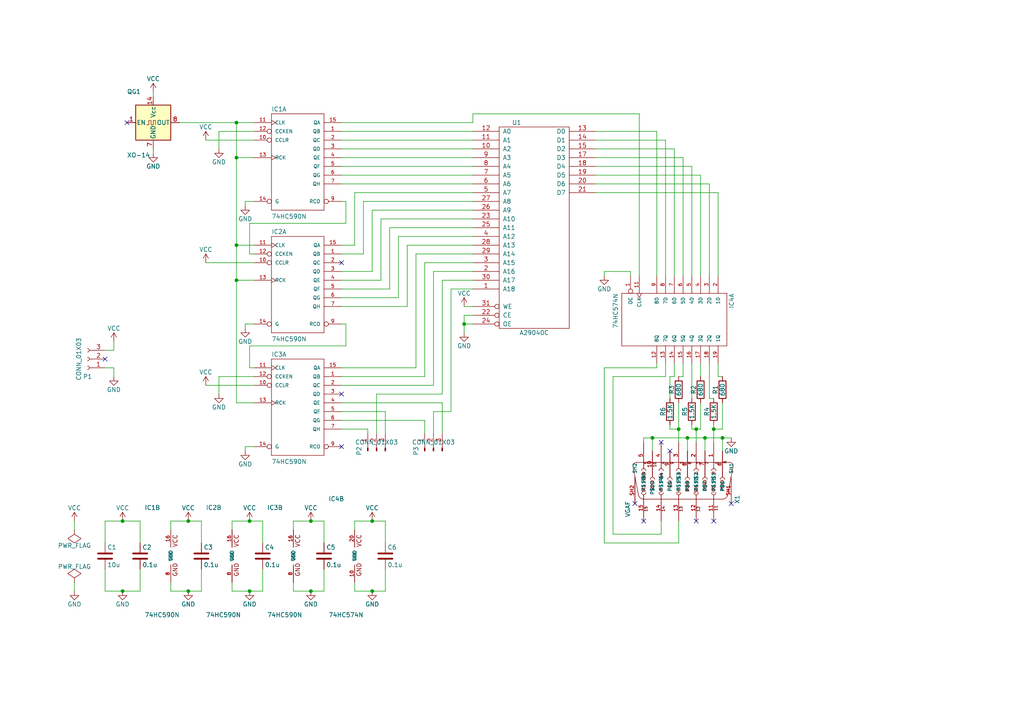
<source format=kicad_sch>
(kicad_sch (version 20230121) (generator eeschema)
  (paper "A4")
  (title_block (title "Dumb VGA") (rev "v0.7") (comment 1 "Simple circuit to generate VGA-like signal"))
  (lib_symbols
    (symbol "Connector:Conn_01x03_Pin" (pin_names (offset 1.016) hide)
      (property "Reference" "J" (at 0 5.08 0))
      (property "Value" "Conn_01x03_Pin" (at 0 -5.08 0))
      (symbol "Conn_01x03_Pin_1_1"
        (polyline (pts (xy 1.27 -2.54) (xy 0.8636 -2.54)) (stroke (width 0.1524)))
        (polyline (pts (xy 1.27 0) (xy 0.8636 0)) (stroke (width 0.1524)))
        (polyline (pts (xy 1.27 2.54) (xy 0.8636 2.54)) (stroke (width 0.1524)))
        (rectangle (start 0.8636 -2.413) (end 0 -2.667) (stroke (width 0.1524)) (fill (type outline)))
        (rectangle (start 0.8636 0.127) (end 0 -0.127) (stroke (width 0.1524)) (fill (type outline)))
        (rectangle (start 0.8636 2.667) (end 0 2.413) (stroke (width 0.1524)) (fill (type outline)))
        (pin passive line (at 5.08 2.54 180) (length 3.81) (name "Pin_1") (number "1"))
        (pin passive line (at 5.08 0 180) (length 3.81) (name "Pin_2") (number "2"))
        (pin passive line (at 5.08 -2.54 180) (length 3.81) (name "Pin_3") (number "3"))
      )
    )
    (symbol "Connector:Conn_01x03_Socket" (pin_names (offset 1.016) hide)
      (property "Reference" "J" (at 0 5.08 0))
      (property "Value" "Conn_01x03_Socket" (at 0 -5.08 0))
      (symbol "Conn_01x03_Socket_1_1"
        (arc (start 0 -2.032) (mid -0.5058 -2.54) (end 0 -3.048) (stroke (width 0.1524)))
        (polyline (pts (xy -1.27 -2.54) (xy -0.508 -2.54)) (stroke (width 0.1524)))
        (polyline (pts (xy -1.27 0) (xy -0.508 0)) (stroke (width 0.1524)))
        (polyline (pts (xy -1.27 2.54) (xy -0.508 2.54)) (stroke (width 0.1524)))
        (arc (start 0 0.508) (mid -0.5058 0) (end 0 -0.508) (stroke (width 0.1524)))
        (arc (start 0 3.048) (mid -0.5058 2.54) (end 0 2.032) (stroke (width 0.1524)))
        (pin passive line (at -5.08 2.54 0) (length 3.81) (name "Pin_1") (number "1"))
        (pin passive line (at -5.08 0 0) (length 3.81) (name "Pin_2") (number "2"))
        (pin passive line (at -5.08 -2.54 0) (length 3.81) (name "Pin_3") (number "3"))
      )
    )
    (symbol "Device:C" (pin_numbers hide) (pin_names (offset 0.254))
      (property "Reference" "C" (at 0.635 2.54 0))
      (property "Value" "C" (at 0.635 -2.54 0))
      (symbol "C_0_1"
        (polyline (pts (xy -2.032 -0.762) (xy 2.032 -0.762)) (stroke (width 0.508)))
        (polyline (pts (xy -2.032 0.762) (xy 2.032 0.762)) (stroke (width 0.508)))
      )
      (symbol "C_1_1"
        (pin passive line (at 0 3.81 270) (length 2.794) (name "~") (number "1"))
        (pin passive line (at 0 -3.81 90) (length 2.794) (name "~") (number "2"))
      )
    )
    (symbol "Device:R" (pin_numbers hide) (pin_names (offset 0))
      (property "Reference" "R" (at 2.032 0 90))
      (property "Value" "R" (at 0 0 90))
      (symbol "R_0_1"
        (rectangle (start -1.016 -2.54) (end 1.016 2.54) (stroke (width 0.254)))
      )
      (symbol "R_1_1"
        (pin passive line (at 0 3.81 270) (length 1.27) (name "~") (number "1"))
        (pin passive line (at 0 -3.81 90) (length 1.27) (name "~") (number "2"))
      )
    )
    (symbol "Oscillator:CXO_DIP14" (pin_names (offset 0.254))
      (property "Reference" "QG1" (at -7.62 8.255 0))
      (property "Value" "XO-14" (at -7.62 -10.16 0))
      (symbol "CXO_DIP14_0_1"
        (rectangle (start -5.08 5.08) (end 5.08 -5.08) (stroke (width 0.254)) (fill (type background)))
        (polyline (pts (xy -1.905 -0.635) (xy -1.27 -0.635) (xy -1.27 0.635) (xy -0.635 0.635) (xy -0.635 -0.635) (xy 0 -0.635) (xy 0 0.635) (xy 0.635 0.635) (xy 0.635 -0.635)))
      )
      (symbol "CXO_DIP14_1_1"
        (pin input line (at -7.62 0 0) (length 2.54) (name "EN") (number "1"))
        (pin power_in line (at 0 7.62 270) (length 2.54) (name "Vcc") (number "14"))
        (pin power_in line (at 0 -7.62 90) (length 2.54) (name "GND") (number "7"))
        (pin output line (at 7.62 0 180) (length 2.54) (name "OUT") (number "8"))
      )
    )
    (symbol "dumb-vga-rescue:74HC574N" (pin_names (offset 1.016))
      (property "Reference" "IC" (at -7.62 15.875 0))
      (property "Value" "74HC574N" (at -7.62 -17.78 0))
      (symbol "74HC574N_1_0"
        (polyline (pts (xy -7.62 -15.24) (xy 7.62 -15.24)))
        (polyline (pts (xy -7.62 15.24) (xy -7.62 -15.24)))
        (polyline (pts (xy 7.62 -15.24) (xy 7.62 15.24)))
        (polyline (pts (xy 7.62 15.24) (xy -7.62 15.24)))
      )
      (symbol "74HC574N_1_1"
        (pin input inverted (at -12.7 -12.7 0) (length 5.08) (name "OC") (number "1"))
        (pin input clock (at -12.7 -10.16 0) (length 5.08) (name "CLK") (number "11"))
        (pin tri_state line (at 12.7 -5.08 180) (length 5.08) (name "8Q") (number "12"))
        (pin tri_state line (at 12.7 -2.54 180) (length 5.08) (name "7Q") (number "13"))
        (pin tri_state line (at 12.7 0 180) (length 5.08) (name "6Q") (number "14"))
        (pin tri_state line (at 12.7 2.54 180) (length 5.08) (name "5Q") (number "15"))
        (pin tri_state line (at 12.7 5.08 180) (length 5.08) (name "4Q") (number "16"))
        (pin tri_state line (at 12.7 7.62 180) (length 5.08) (name "3Q") (number "17"))
        (pin tri_state line (at 12.7 10.16 180) (length 5.08) (name "2Q") (number "18"))
        (pin tri_state line (at 12.7 12.7 180) (length 5.08) (name "1Q") (number "19"))
        (pin input line (at -12.7 12.7 0) (length 5.08) (name "1D") (number "2"))
        (pin input line (at -12.7 10.16 0) (length 5.08) (name "2D") (number "3"))
        (pin input line (at -12.7 7.62 0) (length 5.08) (name "3D") (number "4"))
        (pin input line (at -12.7 5.08 0) (length 5.08) (name "4D") (number "5"))
        (pin input line (at -12.7 2.54 0) (length 5.08) (name "5D") (number "6"))
        (pin input line (at -12.7 0 0) (length 5.08) (name "6D") (number "7"))
        (pin input line (at -12.7 -2.54 0) (length 5.08) (name "7D") (number "8"))
        (pin input line (at -12.7 -5.08 0) (length 5.08) (name "8D") (number "9"))
      )
      (symbol "74HC574N_2_0"
        (text "GND" (at 1.27 -3.937 1) (effects (font (size 1.27 1.27))))
        (text "VCC" (at 1.27 4.445 1) (effects (font (size 1.27 1.27))))
      )
      (symbol "74HC574N_2_1"
        (pin power_in line (at 0 -7.62 90) (length 5.08) (name "GND") (number "10"))
        (pin power_in line (at 0 7.62 270) (length 5.08) (name "VCC") (number "20"))
      )
    )
    (symbol "dumb-vga-rescue:74HC590N" (pin_names (offset 1.016))
      (property "Reference" "IC" (at -7.62 13.335 0))
      (property "Value" "74HC590N" (at -7.62 -17.78 0))
      (symbol "74HC590N_1_0"
        (polyline (pts (xy -7.62 -15.24) (xy 7.62 -15.24)))
        (polyline (pts (xy -7.62 12.7) (xy -7.62 -15.24)))
        (polyline (pts (xy 7.62 -15.24) (xy 7.62 12.7)))
        (polyline (pts (xy 7.62 12.7) (xy -7.62 12.7)))
      )
      (symbol "74HC590N_1_1"
        (pin tri_state line (at 12.7 7.62 180) (length 5.08) (name "QB") (number "1"))
        (pin input inverted (at -12.7 5.08 0) (length 5.08) (name "CCLR") (number "10"))
        (pin input clock (at -12.7 10.16 0) (length 5.08) (name "CLK") (number "11"))
        (pin input inverted (at -12.7 7.62 0) (length 5.08) (name "CCKEN") (number "12"))
        (pin input clock (at -12.7 0 0) (length 5.08) (name "RCK") (number "13"))
        (pin input inverted (at -12.7 -12.7 0) (length 5.08) (name "G") (number "14"))
        (pin tri_state line (at 12.7 10.16 180) (length 5.08) (name "QA") (number "15"))
        (pin tri_state line (at 12.7 5.08 180) (length 5.08) (name "QC") (number "2"))
        (pin tri_state line (at 12.7 2.54 180) (length 5.08) (name "QD") (number "3"))
        (pin tri_state line (at 12.7 0 180) (length 5.08) (name "QE") (number "4"))
        (pin tri_state line (at 12.7 -2.54 180) (length 5.08) (name "QF") (number "5"))
        (pin tri_state line (at 12.7 -5.08 180) (length 5.08) (name "QG") (number "6"))
        (pin tri_state line (at 12.7 -7.62 180) (length 5.08) (name "QH") (number "7"))
        (pin output inverted (at 12.7 -12.7 180) (length 5.08) (name "RCO") (number "9"))
      )
      (symbol "74HC590N_2_0"
        (text "GND" (at 1.27 -3.937 1) (effects (font (size 1.27 1.27))))
        (text "VCC" (at 1.27 4.445 1) (effects (font (size 1.27 1.27))))
      )
      (symbol "74HC590N_2_1"
        (pin power_in line (at 0 7.62 270) (length 5.08) (name "VCC") (number "16"))
        (pin power_in line (at 0 -7.62 90) (length 5.08) (name "GND") (number "8"))
      )
    )
    (symbol "dumb-vga-rescue:A29040C" (pin_names (offset 1.016))
      (property "Reference" "U" (at -5.08 25.4 0))
      (property "Value" "A29040C" (at 0 -35.56 0))
      (symbol "A29040C_0_0"
        (pin power_in line (at 0 -35.56 90) (length 1.27) hide (name "GND") (number "16"))
        (pin power_in line (at 0 25.4 270) (length 1.27) hide (name "VCC") (number "32"))
      )
      (symbol "A29040C_0_1"
        (rectangle (start -10.16 24.13) (end 10.16 -34.29))
      )
      (symbol "A29040C_1_1"
        (pin input line (at -17.78 -22.86 0) (length 7.62) (name "A18") (number "1"))
        (pin input line (at -17.78 17.78 0) (length 7.62) (name "A2") (number "10"))
        (pin input line (at -17.78 20.32 0) (length 7.62) (name "A1") (number "11"))
        (pin input line (at -17.78 22.86 0) (length 7.62) (name "A0") (number "12"))
        (pin tri_state line (at 17.78 22.86 180) (length 7.62) (name "D0") (number "13"))
        (pin tri_state line (at 17.78 20.32 180) (length 7.62) (name "D1") (number "14"))
        (pin tri_state line (at 17.78 17.78 180) (length 7.62) (name "D2") (number "15"))
        (pin tri_state line (at 17.78 15.24 180) (length 7.62) (name "D3") (number "17"))
        (pin tri_state line (at 17.78 12.7 180) (length 7.62) (name "D4") (number "18"))
        (pin tri_state line (at 17.78 10.16 180) (length 7.62) (name "D5") (number "19"))
        (pin input line (at -17.78 -17.78 0) (length 7.62) (name "A16") (number "2"))
        (pin tri_state line (at 17.78 7.62 180) (length 7.62) (name "D6") (number "20"))
        (pin tri_state line (at 17.78 5.08 180) (length 7.62) (name "D7") (number "21"))
        (pin input inverted (at -17.78 -30.48 0) (length 7.62) (name "CE") (number "22"))
        (pin input line (at -17.78 -2.54 0) (length 7.62) (name "A10") (number "23"))
        (pin input inverted (at -17.78 -33.02 0) (length 7.62) (name "OE") (number "24"))
        (pin input line (at -17.78 -5.08 0) (length 7.62) (name "A11") (number "25"))
        (pin input line (at -17.78 0 0) (length 7.62) (name "A9") (number "26"))
        (pin input line (at -17.78 2.54 0) (length 7.62) (name "A8") (number "27"))
        (pin input line (at -17.78 -10.16 0) (length 7.62) (name "A13") (number "28"))
        (pin input line (at -17.78 -12.7 0) (length 7.62) (name "A14") (number "29"))
        (pin input line (at -17.78 -15.24 0) (length 7.62) (name "A15") (number "3"))
        (pin input line (at -17.78 -20.32 0) (length 7.62) (name "A17") (number "30"))
        (pin input inverted (at -17.78 -27.94 0) (length 7.62) (name "WE") (number "31"))
        (pin input line (at -17.78 -7.62 0) (length 7.62) (name "A12") (number "4"))
        (pin input line (at -17.78 5.08 0) (length 7.62) (name "A7") (number "5"))
        (pin input line (at -17.78 7.62 0) (length 7.62) (name "A6") (number "6"))
        (pin input line (at -17.78 10.16 0) (length 7.62) (name "A5") (number "7"))
        (pin input line (at -17.78 12.7 0) (length 7.62) (name "A4") (number "8"))
        (pin input line (at -17.78 15.24 0) (length 7.62) (name "A3") (number "9"))
      )
    )
    (symbol "dumb-vga-rescue:PWR_FLAG" (power) (pin_numbers hide) (pin_names (offset 0) hide)
      (property "Value" "PWR_FLAG" (at 0 4.572 0))
      (symbol "PWR_FLAG_0_0"
        (pin power_out line (at 0 0 90) (length 0) (name "pwr") (number "1"))
      )
      (symbol "PWR_FLAG_0_1"
        (polyline (pts (xy 0 0) (xy 0 1.27) (xy -1.905 2.54) (xy 0 3.81) (xy 1.905 2.54) (xy 0 1.27)))
      )
    )
    (symbol "dumb-vga-rescue:VGAF" (pin_names (offset 1.016))
      (property "Reference" "X" (at 5.08 13.716 0))
      (property "Value" "VGAF" (at 6.858 -18.034 0))
      (symbol "VGAF_1_0"
        (polyline (pts (xy -4.318 12.192) (xy -4.318 -14.732)))
        (polyline (pts (xy -3.048 -15.748) (xy 5.08 -14.224)))
        (polyline (pts (xy -3.048 13.208) (xy 5.08 11.684)))
        (polyline (pts (xy 6.35 10.16) (xy 6.35 -12.7)))
        (text "+5V" (at 2.032 -5.0546 0) (effects (font (size 0.8128 0.8128))))
        (text "1" (at -4.1656 8.5344 0) (effects (font (size 0.8128 0.8128))))
        (text "10" (at -3.7338 -9.4996 0) (effects (font (size 0.8128 0.8128))))
        (text "11" (at 8.9408 8.2804 0) (effects (font (size 0.8128 0.8128))))
        (text "12" (at 9.1948 3.2004 0) (effects (font (size 0.8128 0.8128))))
        (text "13" (at 9.1948 -1.8796 0) (effects (font (size 0.8128 0.8128))))
        (text "14" (at 9.1948 -6.9596 0) (effects (font (size 0.8128 0.8128))))
        (text "15" (at 9.1948 -12.0396 0) (effects (font (size 0.8128 0.8128))))
        (text "2" (at -4.1656 3.2004 0) (effects (font (size 0.8128 0.8128))))
        (text "3" (at -4.1656 -1.6256 0) (effects (font (size 0.8128 0.8128))))
        (text "4" (at -4.1656 -6.9596 0) (effects (font (size 0.8128 0.8128))))
        (text "5" (at -4.1656 -12.0396 0) (effects (font (size 0.8128 0.8128))))
        (text "6" (at -4.4196 10.8712 0) (effects (font (size 0.8128 0.8128))))
        (text "7" (at -4.064 5.6642 0) (effects (font (size 0.8128 0.8128))))
        (text "8" (at -4.1402 0.6604 0) (effects (font (size 0.8128 0.8128))))
        (text "9" (at -4.1402 -4.4196 0) (effects (font (size 0.8128 0.8128))))
        (text "B" (at -1.1176 -2.4638 0) (effects (font (size 0.8128 0.8128))))
        (text "BGND" (at 2.54 -0.0254 0) (effects (font (size 0.8128 0.8128))))
        (text "G" (at -1.2446 2.6162 0) (effects (font (size 0.8128 0.8128))))
        (text "GGND" (at 2.3876 5.08 0) (effects (font (size 0.8128 0.8128))))
        (text "GND" (at -0.4064 -12.6492 0) (effects (font (size 0.8128 0.8128))))
        (text "HS" (at 3.683 -2.5654 0) (effects (font (size 0.8128 0.8128))))
        (text "ID0" (at 3.4544 7.5946 0) (effects (font (size 0.8128 0.8128))))
        (text "R" (at -1.27 7.5692 0) (effects (font (size 0.8128 0.8128))))
        (text "res" (at -0.381 -7.62 0) (effects (font (size 0.8128 0.8128))))
        (text "RGND" (at 2.413 10.0838 0) (effects (font (size 0.8128 0.8128))))
        (text "SCL" (at 3.2766 -12.7 0) (effects (font (size 0.8128 0.8128))))
        (text "SDA" (at 3.3528 2.54 0) (effects (font (size 0.8128 0.8128))))
        (text "SGND" (at 2.4384 -10.1854 0) (effects (font (size 0.8128 0.8128))))
        (text "VS" (at 3.683 -7.6454 0) (effects (font (size 0.8128 0.8128))))
      )
      (symbol "VGAF_1_1"
        (arc (start -4.318 -14.732) (mid -3.9272 -15.5452) (end -3.048 -15.748))
        (arc (start -3.048 13.208) (mid -3.9272 13.0052) (end -4.318 12.192))
        (arc (start -1.905 -12.065) (mid -2.5373 -12.7) (end -1.905 -13.335))
        (arc (start -1.905 -6.985) (mid -2.5373 -7.62) (end -1.905 -8.255))
        (arc (start -1.905 -1.905) (mid -2.5373 -2.54) (end -1.905 -3.175))
        (arc (start -1.905 3.175) (mid -2.5373 2.54) (end -1.905 1.905))
        (arc (start -1.905 8.255) (mid -2.5373 7.62) (end -1.905 6.985))
        (arc (start 0.635 -9.525) (mid 0.0027 -10.16) (end 0.635 -10.795))
        (arc (start 0.635 -4.445) (mid 0.0027 -5.08) (end 0.635 -5.715))
        (arc (start 0.635 0.635) (mid 0.0027 0) (end 0.635 -0.635))
        (arc (start 0.635 5.715) (mid 0.0027 5.08) (end 0.635 4.445))
        (arc (start 0.635 10.795) (mid 0.0027 10.16) (end 0.635 9.525))
        (arc (start 4.445 -13.335) (mid 5.0773 -12.7) (end 4.445 -12.065))
        (arc (start 4.445 -8.255) (mid 5.0773 -7.62) (end 4.445 -6.985))
        (arc (start 4.445 -3.175) (mid 5.0773 -2.54) (end 4.445 -1.905))
        (arc (start 4.445 1.905) (mid 5.0773 2.54) (end 4.445 3.175))
        (arc (start 4.445 6.985) (mid 5.0773 7.62) (end 4.445 8.255))
        (arc (start 5.08 -14.224) (mid 6.0049 -13.6987) (end 6.35 -12.7))
        (arc (start 6.35 10.16) (mid 5.9888 11.1451) (end 5.08 11.684))
        (pin passive line (at -10.16 7.62 0) (length 7.62) (name "P$1") (number "1"))
        (pin passive line (at -7.62 -10.16 0) (length 7.62) (name "P$10") (number "10"))
        (pin passive line (at 12.7 7.62 180) (length 7.62) (name "P$11") (number "11"))
        (pin passive line (at 12.7 2.54 180) (length 7.62) (name "P$12") (number "12"))
        (pin passive line (at 12.7 -2.54 180) (length 7.62) (name "P$13") (number "13"))
        (pin passive line (at 12.7 -7.62 180) (length 7.62) (name "P$14") (number "14"))
        (pin passive line (at 12.7 -12.7 180) (length 7.62) (name "P$15") (number "15"))
        (pin passive line (at -10.16 2.54 0) (length 7.62) (name "P$2") (number "2"))
        (pin passive line (at -10.16 -2.54 0) (length 7.62) (name "P$3") (number "3"))
        (pin passive line (at -10.16 -7.62 0) (length 7.62) (name "P$4") (number "4"))
        (pin passive line (at -10.16 -12.7 0) (length 7.62) (name "P$5") (number "5"))
        (pin passive line (at -7.62 10.16 0) (length 7.62) (name "P$6") (number "6"))
        (pin passive line (at -7.62 5.08 0) (length 7.62) (name "P$7") (number "7"))
        (pin passive line (at -7.62 0 0) (length 7.62) (name "P$8") (number "8"))
        (pin passive line (at -7.62 -5.08 0) (length 7.62) (name "P$9") (number "9"))
        (pin power_in line (at 7.62 12.7 180) (length 7.62) (name "SH1") (number "SH1"))
        (pin power_in line (at 7.62 -15.24 180) (length 7.62) (name "SH2") (number "SH2"))
      )
    )
    (symbol "power:GND" (power) (pin_names (offset 0))
      (property "Value" "GND" (at 0 -3.81 0))
      (symbol "GND_0_1"
        (polyline (pts (xy 0 0) (xy 0 -1.27) (xy 1.27 -1.27) (xy 0 -2.54) (xy -1.27 -1.27) (xy 0 -1.27)))
      )
      (symbol "GND_1_1"
        (pin power_in line (at 0 0 270) (length 0) hide (name "GND") (number "1"))
      )
    )
    (symbol "power:VCC" (power) (pin_names (offset 0))
      (property "Value" "VCC" (at 0 3.81 0))
      (symbol "VCC_0_1"
        (polyline (pts (xy -0.762 1.27) (xy 0 2.54)))
        (polyline (pts (xy 0 0) (xy 0 2.54)))
        (polyline (pts (xy 0 2.54) (xy 0.762 1.27)))
      )
      (symbol "VCC_1_1"
        (pin power_in line (at 0 0 90) (length 0) hide (name "VCC") (number "1"))
      )
    )
  )
  (junction (at 68.58 45.72))
  (junction (at 54.61 151.13))
  (junction (at 90.17 171.45))
  (junction (at 90.17 151.13))
  (junction (at 68.58 35.56))
  (junction (at 201.93 124.46))
  (junction (at 107.95 151.13))
  (junction (at 196.85 124.46))
  (junction (at 209.55 127))
  (junction (at 68.58 71.12))
  (junction (at 107.95 171.45))
  (junction (at 35.56 171.45))
  (junction (at 199.39 127))
  (junction (at 68.58 81.28))
  (junction (at 54.61 171.45))
  (junction (at 207.01 124.46))
  (junction (at 134.62 93.98))
  (junction (at 204.47 127))
  (junction (at 72.39 171.45))
  (junction (at 72.39 151.13))
  (junction (at 35.56 151.13))
  (junction (at 189.23 127))
  (no_connect (at 186.69 151.13))
  (no_connect (at 184.15 146.05))
  (no_connect (at 99.06 129.54))
  (no_connect (at 99.06 114.3))
  (no_connect (at 212.09 146.05))
  (no_connect (at 191.77 128.27))
  (no_connect (at 194.31 130.81))
  (no_connect (at 99.06 76.2))
  (no_connect (at 30.48 104.14))
  (no_connect (at 201.93 151.13))
  (no_connect (at 207.01 151.13))
  (no_connect (at 36.83 35.56))
  (wire (pts (xy 99.06 124.46) (xy 106.68 124.46)))
  (wire (pts (xy 195.58 43.18) (xy 195.58 80.01)))
  (wire (pts (xy 123.19 76.2) (xy 123.19 109.22)))
  (wire (pts (xy 177.8 154.94) (xy 191.77 154.94)))
  (wire (pts (xy 35.56 151.13) (xy 40.64 151.13)))
  (wire (pts (xy 137.16 88.9) (xy 134.62 88.9)))
  (wire (pts (xy 63.5 38.1) (xy 63.5 43.18)))
  (wire (pts (xy 99.06 35.56) (xy 137.16 35.56)))
  (wire (pts (xy 71.12 93.98) (xy 71.12 95.25)))
  (wire (pts (xy 175.26 157.48) (xy 196.85 157.48)))
  (wire (pts (xy 208.28 55.88) (xy 208.28 80.01)))
  (wire (pts (xy 21.59 151.13) (xy 21.59 153.67)))
  (wire (pts (xy 190.5 38.1) (xy 190.5 80.01)))
  (wire (pts (xy 99.06 50.8) (xy 137.16 50.8)))
  (wire (pts (xy 175.26 106.68) (xy 190.5 106.68)))
  (wire (pts (xy 102.87 71.12) (xy 102.87 55.88)))
  (wire (pts (xy 99.06 53.34) (xy 137.16 53.34)))
  (wire (pts (xy 207.01 124.46) (xy 207.01 128.27)))
  (wire (pts (xy 68.58 81.28) (xy 73.66 81.28)))
  (wire (pts (xy 201.93 124.46) (xy 203.2 124.46)))
  (wire (pts (xy 123.19 121.92) (xy 123.19 125.73)))
  (wire (pts (xy 73.66 129.54) (xy 71.12 129.54)))
  (wire (pts (xy 200.66 124.46) (xy 200.66 123.19)))
  (wire (pts (xy 199.39 127) (xy 204.47 127)))
  (wire (pts (xy 125.73 111.76) (xy 99.06 111.76)))
  (wire (pts (xy 203.2 50.8) (xy 203.2 80.01)))
  (wire (pts (xy 49.53 168.91) (xy 49.53 171.45)))
  (wire (pts (xy 196.85 124.46) (xy 194.31 124.46)))
  (wire (pts (xy 120.65 73.66) (xy 137.16 73.66)))
  (wire (pts (xy 73.66 45.72) (xy 68.58 45.72)))
  (wire (pts (xy 106.68 124.46) (xy 106.68 125.73)))
  (wire (pts (xy 130.81 119.38) (xy 130.81 83.82)))
  (wire (pts (xy 205.74 115.57) (xy 207.01 115.57)))
  (wire (pts (xy 186.69 127) (xy 189.23 127)))
  (wire (pts (xy 99.06 58.42) (xy 100.33 58.42)))
  (wire (pts (xy 99.06 45.72) (xy 137.16 45.72)))
  (wire (pts (xy 111.76 151.13) (xy 111.76 157.48)))
  (wire (pts (xy 85.09 171.45) (xy 90.17 171.45)))
  (wire (pts (xy 68.58 35.56) (xy 73.66 35.56)))
  (wire (pts (xy 137.16 60.96) (xy 107.95 60.96)))
  (wire (pts (xy 198.12 109.22) (xy 196.85 109.22)))
  (wire (pts (xy 189.23 127) (xy 199.39 127)))
  (wire (pts (xy 30.48 106.68) (xy 33.02 106.68)))
  (wire (pts (xy 204.47 127) (xy 209.55 127)))
  (wire (pts (xy 209.55 127) (xy 212.09 127)))
  (wire (pts (xy 99.06 48.26) (xy 137.16 48.26)))
  (wire (pts (xy 190.5 38.1) (xy 172.72 38.1)))
  (wire (pts (xy 100.33 64.77) (xy 72.39 64.77)))
  (wire (pts (xy 71.12 129.54) (xy 71.12 130.81)))
  (wire (pts (xy 44.45 43.18) (xy 44.45 44.45)))
  (wire (pts (xy 21.59 168.91) (xy 21.59 171.45)))
  (wire (pts (xy 120.65 106.68) (xy 99.06 106.68)))
  (wire (pts (xy 49.53 151.13) (xy 54.61 151.13)))
  (wire (pts (xy 76.2 171.45) (xy 76.2 165.1)))
  (wire (pts (xy 182.88 78.74) (xy 175.26 78.74)))
  (wire (pts (xy 203.2 50.8) (xy 172.72 50.8)))
  (wire (pts (xy 99.06 40.64) (xy 137.16 40.64)))
  (wire (pts (xy 194.31 109.22) (xy 194.31 115.57)))
  (wire (pts (xy 35.56 171.45) (xy 40.64 171.45)))
  (wire (pts (xy 186.69 127) (xy 186.69 128.27)))
  (wire (pts (xy 120.65 73.66) (xy 120.65 106.68)))
  (wire (pts (xy 196.85 116.84) (xy 196.85 124.46)))
  (wire (pts (xy 118.11 71.12) (xy 137.16 71.12)))
  (wire (pts (xy 102.87 171.45) (xy 102.87 168.91)))
  (wire (pts (xy 195.58 43.18) (xy 172.72 43.18)))
  (wire (pts (xy 99.06 78.74) (xy 107.95 78.74)))
  (wire (pts (xy 195.58 105.41) (xy 195.58 109.22)))
  (wire (pts (xy 208.28 105.41) (xy 208.28 109.22)))
  (wire (pts (xy 172.72 55.88) (xy 208.28 55.88)))
  (wire (pts (xy 205.74 105.41) (xy 205.74 115.57)))
  (wire (pts (xy 207.01 123.19) (xy 207.01 124.46)))
  (wire (pts (xy 193.04 40.64) (xy 172.72 40.64)))
  (wire (pts (xy 137.16 93.98) (xy 134.62 93.98)))
  (wire (pts (xy 137.16 78.74) (xy 125.73 78.74)))
  (wire (pts (xy 99.06 121.92) (xy 123.19 121.92)))
  (wire (pts (xy 100.33 58.42) (xy 100.33 64.77)))
  (wire (pts (xy 73.66 109.22) (xy 63.5 109.22)))
  (wire (pts (xy 58.42 171.45) (xy 58.42 165.1)))
  (wire (pts (xy 68.58 116.84) (xy 73.66 116.84)))
  (wire (pts (xy 195.58 109.22) (xy 194.31 109.22)))
  (wire (pts (xy 30.48 171.45) (xy 35.56 171.45)))
  (wire (pts (xy 175.26 78.74) (xy 175.26 80.01)))
  (wire (pts (xy 73.66 40.64) (xy 59.69 40.64)))
  (wire (pts (xy 76.2 151.13) (xy 76.2 157.48)))
  (wire (pts (xy 99.06 71.12) (xy 102.87 71.12)))
  (wire (pts (xy 72.39 171.45) (xy 76.2 171.45)))
  (wire (pts (xy 109.22 125.73) (xy 109.22 114.3)))
  (wire (pts (xy 58.42 151.13) (xy 58.42 157.48)))
  (wire (pts (xy 118.11 88.9) (xy 99.06 88.9)))
  (wire (pts (xy 189.23 130.81) (xy 189.23 127)))
  (wire (pts (xy 113.03 66.04) (xy 137.16 66.04)))
  (wire (pts (xy 85.09 153.67) (xy 85.09 151.13)))
  (wire (pts (xy 67.31 151.13) (xy 67.31 153.67)))
  (wire (pts (xy 115.57 86.36) (xy 99.06 86.36)))
  (wire (pts (xy 100.33 100.33) (xy 72.39 100.33)))
  (wire (pts (xy 128.27 114.3) (xy 128.27 81.28)))
  (wire (pts (xy 203.2 124.46) (xy 203.2 116.84)))
  (wire (pts (xy 30.48 165.1) (xy 30.48 171.45)))
  (wire (pts (xy 30.48 101.6) (xy 33.02 101.6)))
  (wire (pts (xy 123.19 109.22) (xy 99.06 109.22)))
  (wire (pts (xy 191.77 154.94) (xy 191.77 151.13)))
  (wire (pts (xy 111.76 171.45) (xy 111.76 165.1)))
  (wire (pts (xy 90.17 171.45) (xy 93.98 171.45)))
  (wire (pts (xy 68.58 71.12) (xy 73.66 71.12)))
  (wire (pts (xy 137.16 83.82) (xy 130.81 83.82)))
  (wire (pts (xy 109.22 114.3) (xy 128.27 114.3)))
  (wire (pts (xy 182.88 80.01) (xy 182.88 78.74)))
  (wire (pts (xy 99.06 38.1) (xy 137.16 38.1)))
  (wire (pts (xy 200.66 124.46) (xy 201.93 124.46)))
  (wire (pts (xy 72.39 151.13) (xy 76.2 151.13)))
  (wire (pts (xy 137.16 35.56) (xy 137.16 33.02)))
  (wire (pts (xy 111.76 119.38) (xy 111.76 125.73)))
  (wire (pts (xy 99.06 119.38) (xy 111.76 119.38)))
  (wire (pts (xy 67.31 171.45) (xy 72.39 171.45)))
  (wire (pts (xy 201.93 128.27) (xy 201.93 124.46)))
  (wire (pts (xy 110.49 63.5) (xy 110.49 81.28)))
  (wire (pts (xy 128.27 116.84) (xy 128.27 125.73)))
  (wire (pts (xy 54.61 171.45) (xy 58.42 171.45)))
  (wire (pts (xy 113.03 66.04) (xy 113.03 83.82)))
  (wire (pts (xy 68.58 35.56) (xy 68.58 45.72)))
  (wire (pts (xy 107.95 171.45) (xy 111.76 171.45)))
  (wire (pts (xy 203.2 105.41) (xy 203.2 109.22)))
  (wire (pts (xy 204.47 127) (xy 204.47 130.81)))
  (wire (pts (xy 73.66 38.1) (xy 63.5 38.1)))
  (wire (pts (xy 137.16 91.44) (xy 134.62 91.44)))
  (wire (pts (xy 33.02 106.68) (xy 33.02 109.22)))
  (wire (pts (xy 68.58 81.28) (xy 68.58 116.84)))
  (wire (pts (xy 72.39 64.77) (xy 72.39 73.66)))
  (wire (pts (xy 134.62 93.98) (xy 134.62 96.52)))
  (wire (pts (xy 134.62 91.44) (xy 134.62 93.98)))
  (wire (pts (xy 102.87 151.13) (xy 107.95 151.13)))
  (wire (pts (xy 107.95 78.74) (xy 107.95 60.96)))
  (wire (pts (xy 209.55 116.84) (xy 209.55 124.46)))
  (wire (pts (xy 125.73 78.74) (xy 125.73 111.76)))
  (wire (pts (xy 73.66 58.42) (xy 71.12 58.42)))
  (wire (pts (xy 44.45 26.67) (xy 44.45 27.94)))
  (wire (pts (xy 85.09 168.91) (xy 85.09 171.45)))
  (wire (pts (xy 198.12 105.41) (xy 198.12 109.22)))
  (wire (pts (xy 175.26 157.48) (xy 175.26 106.68)))
  (wire (pts (xy 198.12 45.72) (xy 172.72 45.72)))
  (wire (pts (xy 63.5 109.22) (xy 63.5 114.3)))
  (wire (pts (xy 99.06 73.66) (xy 105.41 73.66)))
  (wire (pts (xy 110.49 81.28) (xy 99.06 81.28)))
  (wire (pts (xy 99.06 93.98) (xy 100.33 93.98)))
  (wire (pts (xy 118.11 71.12) (xy 118.11 88.9)))
  (wire (pts (xy 73.66 111.76) (xy 59.69 111.76)))
  (wire (pts (xy 113.03 83.82) (xy 99.06 83.82)))
  (wire (pts (xy 193.04 40.64) (xy 193.04 80.01)))
  (wire (pts (xy 125.73 125.73) (xy 125.73 119.38)))
  (wire (pts (xy 100.33 93.98) (xy 100.33 100.33)))
  (wire (pts (xy 40.64 151.13) (xy 40.64 157.48)))
  (wire (pts (xy 40.64 171.45) (xy 40.64 165.1)))
  (wire (pts (xy 102.87 55.88) (xy 137.16 55.88)))
  (wire (pts (xy 115.57 68.58) (xy 137.16 68.58)))
  (wire (pts (xy 128.27 81.28) (xy 137.16 81.28)))
  (wire (pts (xy 49.53 151.13) (xy 49.53 153.67)))
  (wire (pts (xy 137.16 33.02) (xy 185.42 33.02)))
  (wire (pts (xy 72.39 100.33) (xy 72.39 106.68)))
  (wire (pts (xy 30.48 151.13) (xy 35.56 151.13)))
  (wire (pts (xy 193.04 109.22) (xy 177.8 109.22)))
  (wire (pts (xy 200.66 48.26) (xy 200.66 80.01)))
  (wire (pts (xy 105.41 73.66) (xy 105.41 58.42)))
  (wire (pts (xy 49.53 171.45) (xy 54.61 171.45)))
  (wire (pts (xy 30.48 151.13) (xy 30.48 157.48)))
  (wire (pts (xy 205.74 53.34) (xy 205.74 80.01)))
  (wire (pts (xy 199.39 130.81) (xy 199.39 127)))
  (wire (pts (xy 54.61 151.13) (xy 58.42 151.13)))
  (wire (pts (xy 90.17 151.13) (xy 93.98 151.13)))
  (wire (pts (xy 52.07 35.56) (xy 68.58 35.56)))
  (wire (pts (xy 200.66 105.41) (xy 200.66 115.57)))
  (wire (pts (xy 73.66 76.2) (xy 59.69 76.2)))
  (wire (pts (xy 205.74 53.34) (xy 172.72 53.34)))
  (wire (pts (xy 102.87 171.45) (xy 107.95 171.45)))
  (wire (pts (xy 193.04 105.41) (xy 193.04 109.22)))
  (wire (pts (xy 196.85 124.46) (xy 196.85 128.27)))
  (wire (pts (xy 73.66 93.98) (xy 71.12 93.98)))
  (wire (pts (xy 115.57 68.58) (xy 115.57 86.36)))
  (wire (pts (xy 33.02 101.6) (xy 33.02 99.06)))
  (wire (pts (xy 107.95 151.13) (xy 111.76 151.13)))
  (wire (pts (xy 99.06 116.84) (xy 128.27 116.84)))
  (wire (pts (xy 209.55 124.46) (xy 207.01 124.46)))
  (wire (pts (xy 177.8 109.22) (xy 177.8 154.94)))
  (wire (pts (xy 208.28 109.22) (xy 209.55 109.22)))
  (wire (pts (xy 93.98 171.45) (xy 93.98 165.1)))
  (wire (pts (xy 102.87 153.67) (xy 102.87 151.13)))
  (wire (pts (xy 105.41 58.42) (xy 137.16 58.42)))
  (wire (pts (xy 209.55 127) (xy 209.55 130.81)))
  (wire (pts (xy 198.12 45.72) (xy 198.12 80.01)))
  (wire (pts (xy 194.31 124.46) (xy 194.31 123.19)))
  (wire (pts (xy 99.06 43.18) (xy 137.16 43.18)))
  (wire (pts (xy 72.39 73.66) (xy 73.66 73.66)))
  (wire (pts (xy 93.98 151.13) (xy 93.98 157.48)))
  (wire (pts (xy 68.58 45.72) (xy 68.58 71.12)))
  (wire (pts (xy 72.39 106.68) (xy 73.66 106.68)))
  (wire (pts (xy 125.73 119.38) (xy 130.81 119.38)))
  (wire (pts (xy 85.09 151.13) (xy 90.17 151.13)))
  (wire (pts (xy 137.16 76.2) (xy 123.19 76.2)))
  (wire (pts (xy 190.5 106.68) (xy 190.5 105.41)))
  (wire (pts (xy 196.85 157.48) (xy 196.85 151.13)))
  (wire (pts (xy 200.66 48.26) (xy 172.72 48.26)))
  (wire (pts (xy 67.31 151.13) (xy 72.39 151.13)))
  (wire (pts (xy 67.31 168.91) (xy 67.31 171.45)))
  (wire (pts (xy 71.12 58.42) (xy 71.12 59.69)))
  (wire (pts (xy 110.49 63.5) (xy 137.16 63.5)))
  (wire (pts (xy 68.58 71.12) (xy 68.58 81.28)))
  (wire (pts (xy 185.42 33.02) (xy 185.42 80.01)))
  (symbol (lib_id "dumb-vga-rescue:74HC590N") (at 86.36 45.72 0) (unit 1)
    (property "Reference" "IC1" (at 78.74 32.385 0) (effects (justify left bottom)))
    (property "Value" "74HC590N" (at 78.74 63.5 0) (effects (justify left bottom)))
    (property "Footprint" "Housings_DIP:DIP-16_W7.62mm" (effects hide))
  )
  (symbol (lib_id "dumb-vga-rescue:74HC590N") (at 49.53 161.29 0) (unit 2)
    (property "Reference" "IC1" (at 41.91 147.955 0) (effects (justify left bottom)))
    (property "Value" "74HC590N" (at 41.91 179.07 0) (effects (justify left bottom)))
    (property "Footprint" "Housings_DIP:DIP-16_W7.62mm" (effects hide))
  )
  (symbol (lib_id "dumb-vga-rescue:74HC590N") (at 67.31 161.29 0) (unit 2)
    (property "Reference" "IC2" (at 59.69 147.955 0) (effects (justify left bottom)))
    (property "Value" "74HC590N" (at 59.69 179.07 0) (effects (justify left bottom)))
    (property "Footprint" "Housings_DIP:DIP-16_W7.62mm" (effects hide))
  )
  (symbol (lib_id "dumb-vga-rescue:74HC590N") (at 85.09 161.29 0) (unit 2)
    (property "Reference" "IC3" (at 77.47 147.955 0) (effects (justify left bottom)))
    (property "Value" "74HC590N" (at 77.47 179.07 0) (effects (justify left bottom)))
    (property "Footprint" "Housings_DIP:DIP-16_W7.62mm" (effects hide))
  )
  (symbol (lib_id "dumb-vga-rescue:74HC590N") (at 86.36 81.28 0) (unit 1)
    (property "Reference" "IC2" (at 78.74 67.945 0) (effects (justify left bottom)))
    (property "Value" "74HC590N" (at 78.74 99.06 0) (effects (justify left bottom)))
    (property "Footprint" "Housings_DIP:DIP-16_W7.62mm" (effects hide))
  )
  (symbol (lib_id "dumb-vga-rescue:74HC590N") (at 86.36 116.84 0) (unit 1)
    (property "Reference" "IC3" (at 78.74 103.505 0) (effects (justify left bottom)))
    (property "Value" "74HC590N" (at 78.74 134.62 0) (effects (justify left bottom)))
    (property "Footprint" "Housings_DIP:DIP-16_W7.62mm" (effects hide))
  )
  (symbol (lib_id "power:VCC") (at 54.61 151.13 0) (unit 1)
    (property "Reference" "#PWR01" (effects hide))
    (property "Value" "VCC" (at 54.61 147.32 0))
  )
  (symbol (lib_id "power:VCC") (at 72.39 151.13 0) (unit 1)
    (property "Reference" "#PWR02" (effects hide))
    (property "Value" "VCC" (at 72.39 147.32 0))
  )
  (symbol (lib_id "power:VCC") (at 90.17 151.13 0) (unit 1)
    (property "Reference" "#PWR03" (effects hide))
    (property "Value" "VCC" (at 90.17 147.32 0))
  )
  (symbol (lib_id "Device:C") (at 58.42 161.29 0) (unit 1)
    (property "Reference" "C3" (at 59.055 158.75 0) (effects (justify left)))
    (property "Value" "0.1u" (at 59.055 163.83 0) (effects (justify left)))
    (property "Footprint" "Capacitors_ThroughHole:C_Rect_L7_W2.5_P5" (effects hide))
  )
  (symbol (lib_id "Device:C") (at 76.2 161.29 0) (unit 1)
    (property "Reference" "C4" (at 76.835 158.75 0) (effects (justify left)))
    (property "Value" "0.1u" (at 76.835 163.83 0) (effects (justify left)))
    (property "Footprint" "Capacitors_ThroughHole:C_Rect_L7_W2.5_P5" (effects hide))
  )
  (symbol (lib_id "Device:C") (at 93.98 161.29 0) (unit 1)
    (property "Reference" "C5" (at 94.615 158.75 0) (effects (justify left)))
    (property "Value" "0.1u" (at 94.615 163.83 0) (effects (justify left)))
    (property "Footprint" "Capacitors_ThroughHole:C_Rect_L7_W2.5_P5" (effects hide))
  )
  (symbol (lib_id "Device:C") (at 40.64 161.29 0) (unit 1)
    (property "Reference" "C2" (at 41.275 158.75 0) (effects (justify left)))
    (property "Value" "0.1u" (at 41.275 163.83 0) (effects (justify left)))
    (property "Footprint" "Capacitors_ThroughHole:C_Rect_L7_W2.5_P5" (effects hide))
  )
  (symbol (lib_id "Device:C") (at 30.48 161.29 0) (unit 1)
    (property "Reference" "C1" (at 31.115 158.75 0) (effects (justify left)))
    (property "Value" "10u" (at 31.115 163.83 0) (effects (justify left)))
    (property "Footprint" "Capacitors_ThroughHole:C_Rect_L7_W2.5_P5" (effects hide))
  )
  (symbol (lib_id "power:GND") (at 90.17 171.45 0) (unit 1)
    (property "Reference" "#PWR04" (effects hide))
    (property "Value" "GND" (at 90.17 175.26 0))
  )
  (symbol (lib_id "power:GND") (at 72.39 171.45 0) (unit 1)
    (property "Reference" "#PWR05" (effects hide))
    (property "Value" "GND" (at 72.39 175.26 0))
  )
  (symbol (lib_id "power:GND") (at 54.61 171.45 0) (unit 1)
    (property "Reference" "#PWR06" (effects hide))
    (property "Value" "GND" (at 54.61 175.26 0))
  )
  (symbol (lib_id "power:GND") (at 134.62 96.52 0) (unit 1)
    (property "Reference" "#PWR07" (effects hide))
    (property "Value" "GND" (at 134.62 100.33 0))
  )
  (symbol (lib_id "power:VCC") (at 134.62 88.9 0) (unit 1)
    (property "Reference" "#PWR08" (effects hide))
    (property "Value" "VCC" (at 134.62 85.09 0))
  )
  (symbol (lib_id "power:GND") (at 71.12 59.69 0) (unit 1)
    (property "Reference" "#PWR09" (effects hide))
    (property "Value" "GND" (at 71.12 63.5 0))
  )
  (symbol (lib_id "power:GND") (at 71.12 95.25 0) (unit 1)
    (property "Reference" "#PWR010" (effects hide))
    (property "Value" "GND" (at 71.12 99.06 0))
  )
  (symbol (lib_id "power:GND") (at 71.12 130.81 0) (unit 1)
    (property "Reference" "#PWR011" (effects hide))
    (property "Value" "GND" (at 71.12 134.62 0))
  )
  (symbol (lib_id "power:GND") (at 63.5 43.18 0) (unit 1)
    (property "Reference" "#PWR012" (effects hide))
    (property "Value" "GND" (at 63.5 46.99 0))
  )
  (symbol (lib_id "power:GND") (at 63.5 114.3 0) (unit 1)
    (property "Reference" "#PWR013" (effects hide))
    (property "Value" "GND" (at 63.5 118.11 0))
  )
  (symbol (lib_id "power:VCC") (at 59.69 40.64 0) (unit 1)
    (property "Reference" "#PWR014" (effects hide))
    (property "Value" "VCC" (at 59.69 36.83 0))
  )
  (symbol (lib_id "power:VCC") (at 59.69 76.2 0) (unit 1)
    (property "Reference" "#PWR015" (effects hide))
    (property "Value" "VCC" (at 59.69 72.39 0))
  )
  (symbol (lib_id "power:VCC") (at 59.69 111.76 0) (unit 1)
    (property "Reference" "#PWR016" (effects hide))
    (property "Value" "VCC" (at 59.69 107.95 0))
  )
  (symbol (lib_id "power:VCC") (at 35.56 151.13 0) (unit 1)
    (property "Reference" "#PWR017" (effects hide))
    (property "Value" "VCC" (at 35.56 147.32 0))
  )
  (symbol (lib_id "power:GND") (at 35.56 171.45 0) (unit 1)
    (property "Reference" "#PWR018" (effects hide))
    (property "Value" "GND" (at 35.56 175.26 0))
  )
  (symbol (lib_id "power:GND") (at 212.09 127 0) (unit 1)
    (property "Reference" "#PWR019" (effects hide))
    (property "Value" "GND" (at 212.09 130.81 0))
  )
  (symbol (lib_id "Device:R") (at 207.01 119.38 180) (unit 1)
    (property "Reference" "R4" (at 204.978 119.38 90))
    (property "Value" "1.5K" (at 207.01 119.38 90))
    (property "Footprint" "Resistors_ThroughHole:Resistor_Horizontal_RM10mm" (effects hide))
  )
  (symbol (lib_id "Device:R") (at 200.66 119.38 180) (unit 1)
    (property "Reference" "R5" (at 198.628 119.38 90))
    (property "Value" "1.5K" (at 200.66 119.38 90))
    (property "Footprint" "Resistors_ThroughHole:Resistor_Horizontal_RM10mm" (effects hide))
  )
  (symbol (lib_id "Device:R") (at 194.31 119.38 180) (unit 1)
    (property "Reference" "R6" (at 192.278 119.38 90))
    (property "Value" "1.5K" (at 194.31 119.38 90))
    (property "Footprint" "Resistors_ThroughHole:Resistor_Horizontal_RM10mm" (effects hide))
  )
  (symbol (lib_id "Device:R") (at 209.55 113.03 180) (unit 1)
    (property "Reference" "R1" (at 207.518 113.03 90))
    (property "Value" "680" (at 209.55 113.03 90))
    (property "Footprint" "Resistors_ThroughHole:Resistor_Horizontal_RM10mm" (effects hide))
  )
  (symbol (lib_id "Device:R") (at 203.2 113.03 180) (unit 1)
    (property "Reference" "R2" (at 201.168 113.03 90))
    (property "Value" "680" (at 203.2 113.03 90))
    (property "Footprint" "Resistors_ThroughHole:Resistor_Horizontal_RM10mm" (effects hide))
  )
  (symbol (lib_id "Device:R") (at 196.85 113.03 180) (unit 1)
    (property "Reference" "R3" (at 194.818 113.03 90))
    (property "Value" "680" (at 196.85 113.03 90))
    (property "Footprint" "Resistors_ThroughHole:Resistor_Horizontal_RM10mm" (effects hide))
  )
  (symbol (lib_id "dumb-vga-rescue:PWR_FLAG") (at 21.59 153.67 180) (unit 1)
    (property "Reference" "#FLG020" (effects hide))
    (property "Value" "PWR_FLAG" (at 21.59 158.242 0))
  )
  (symbol (lib_id "power:VCC") (at 21.59 151.13 0) (unit 1)
    (property "Reference" "#PWR021" (effects hide))
    (property "Value" "VCC" (at 21.59 147.32 0))
  )
  (symbol (lib_id "power:GND") (at 21.59 171.45 0) (unit 1)
    (property "Reference" "#PWR022" (effects hide))
    (property "Value" "GND" (at 21.59 175.26 0))
  )
  (symbol (lib_id "dumb-vga-rescue:PWR_FLAG") (at 21.59 168.91 0) (unit 1)
    (property "Reference" "#FLG023" (effects hide))
    (property "Value" "PWR_FLAG" (at 21.59 164.338 0))
  )
  (symbol (lib_id "dumb-vga-rescue:VGAF") (at 199.39 138.43 270) (unit 1)
    (property "Reference" "X1" (at 213.106 143.51 0) (effects (justify left bottom)))
    (property "Value" "VGAF" (at 181.356 145.288 0) (effects (justify left bottom)))
    (property "Footprint" "hw:hd15f" (effects hide))
  )
  (symbol (lib_id "dumb-vga-rescue:A29040C") (at 154.94 60.96 0) (unit 1)
    (property "Reference" "U1" (at 149.86 35.56 0))
    (property "Value" "A29040C" (at 154.94 96.52 0))
    (property "Footprint" "Housings_DIP:DIP-32_W15.24mm" (effects hide))
  )
  (symbol (lib_id "dumb-vga-rescue:74HC574N") (at 195.58 92.71 270) (unit 1)
    (property "Reference" "IC4" (at 211.455 85.09 0) (effects (justify left bottom)))
    (property "Value" "74HC574N" (at 177.8 85.09 0) (effects (justify left bottom)))
    (property "Footprint" "Housings_DIP:DIP-20_W7.62mm" (effects hide))
  )
  (symbol (lib_id "dumb-vga-rescue:74HC574N") (at 102.87 161.29 0) (unit 2)
    (property "Reference" "IC4" (at 95.25 145.415 0) (effects (justify left bottom)))
    (property "Value" "74HC574N" (at 95.25 179.07 0) (effects (justify left bottom)))
    (property "Footprint" "Housings_DIP:DIP-20_W7.62mm" (effects hide))
  )
  (symbol (lib_id "Device:C") (at 111.76 161.29 0) (unit 1)
    (property "Reference" "C6" (at 112.395 158.75 0) (effects (justify left)))
    (property "Value" "0.1u" (at 112.395 163.83 0) (effects (justify left)))
    (property "Footprint" "Capacitors_ThroughHole:C_Rect_L7_W2.5_P5" (effects hide))
  )
  (symbol (lib_id "power:VCC") (at 107.95 151.13 0) (unit 1)
    (property "Reference" "#PWR024" (effects hide))
    (property "Value" "VCC" (at 107.95 147.32 0))
  )
  (symbol (lib_id "power:GND") (at 107.95 171.45 0) (unit 1)
    (property "Reference" "#PWR025" (effects hide))
    (property "Value" "GND" (at 107.95 175.26 0))
  )
  (symbol (lib_id "Oscillator:CXO_DIP14") (at 44.45 35.56 0) (unit 1)
    (property "Reference" "QG1" (at 36.83 27.305 0) (effects (justify left bottom)))
    (property "Value" "XO-14" (at 36.83 45.72 0) (effects (justify left bottom)))
    (property "Footprint" "hw:xo-8-14" (effects hide))
    (property "Datasheet" "http://cdn-reichelt.de/documents/datenblatt/B400/OSZI.pdf" (effects hide))
  )
  (symbol (lib_id "power:VCC") (at 44.45 26.67 0) (unit 1)
    (property "Reference" "#PWR026" (effects hide))
    (property "Value" "VCC" (at 44.45 22.86 0))
  )
  (symbol (lib_id "power:GND") (at 44.45 44.45 0) (unit 1)
    (property "Reference" "#PWR027" (effects hide))
    (property "Value" "GND" (at 44.45 48.26 0))
  )
  (symbol (lib_id "power:VCC") (at 33.02 99.06 0) (unit 1)
    (property "Reference" "#PWR028" (effects hide))
    (property "Value" "VCC" (at 33.02 95.25 0))
  )
  (symbol (lib_id "power:GND") (at 33.02 109.22 0) (unit 1)
    (property "Reference" "#PWR029" (effects hide))
    (property "Value" "GND" (at 33.02 113.03 0))
  )
  (symbol (lib_id "Connector:Conn_01x03_Pin") (at 125.73 130.81 90) (unit 1)
    (property "Reference" "P3" (at 120.65 130.81 0))
    (property "Value" "CONN_01X03" (at 125.73 128.27 90))
    (property "Footprint" "Pin_Headers:Pin_Header_Straight_1x03" (effects hide))
  )
  (symbol (lib_id "Connector:Conn_01x03_Pin") (at 109.22 130.81 90) (unit 1)
    (property "Reference" "P2" (at 104.14 130.81 0))
    (property "Value" "CONN_01X03" (at 109.22 128.27 90))
    (property "Footprint" "Pin_Headers:Pin_Header_Straight_1x03" (effects hide))
  )
  (symbol (lib_id "power:GND") (at 175.26 80.01 0) (unit 1)
    (property "Reference" "#PWR030" (effects hide))
    (property "Value" "GND" (at 175.26 83.82 0))
  )
  (symbol (lib_id "Connector:Conn_01x03_Socket") (at 25.4 104.14 180) (unit 1)
    (property "Reference" "P1" (at 25.4 109.22 0))
    (property "Value" "CONN_01X03" (at 22.86 104.14 90))
    (property "Footprint" "Pin_Headers:Pin_Header_Angled_1x03" (effects hide))
  )
)
</source>
